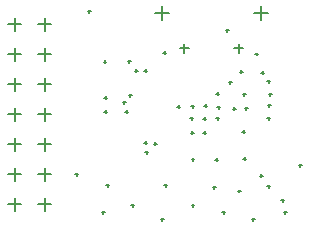
<source format=gbr>
%TF.GenerationSoftware,Altium Limited,Altium Designer,20.2.6 (244)*%
G04 Layer_Color=128*
%FSLAX45Y45*%
%MOMM*%
%TF.SameCoordinates,9E4D4D7D-1FFC-428C-BB03-7E89B6F1CBBC*%
%TF.FilePolarity,Positive*%
%TF.FileFunction,Drillmap*%
%TF.Part,Single*%
G01*
G75*
%TA.AperFunction,NonConductor*%
%ADD121C,0.12700*%
D121*
X399000Y236000D02*
X509000D01*
X454000Y181000D02*
Y291000D01*
X399000Y490000D02*
X509000D01*
X454000Y435000D02*
Y545000D01*
X399000Y744000D02*
X509000D01*
X454000Y689000D02*
Y799000D01*
X399000Y998000D02*
X509000D01*
X454000Y943000D02*
Y1053000D01*
X399000Y1252000D02*
X509000D01*
X454000Y1197000D02*
Y1307000D01*
X399000Y1506000D02*
X509000D01*
X454000Y1451000D02*
Y1561000D01*
X399000Y1760000D02*
X509000D01*
X454000Y1705000D02*
Y1815000D01*
X145000Y236000D02*
X255000D01*
X200000Y181000D02*
Y291000D01*
X145000Y490000D02*
X255000D01*
X200000Y435000D02*
Y545000D01*
X145000Y744000D02*
X255000D01*
X200000Y689000D02*
Y799000D01*
X145000Y998000D02*
X255000D01*
X200000Y943000D02*
Y1053000D01*
X145000Y1252000D02*
X255000D01*
X200000Y1197000D02*
Y1307000D01*
X145000Y1506000D02*
X255000D01*
X200000Y1451000D02*
Y1561000D01*
X145000Y1760000D02*
X255000D01*
X200000Y1705000D02*
Y1815000D01*
X1600000Y1560000D02*
X1675000D01*
X1637500Y1522500D02*
Y1597500D01*
X2060000Y1560000D02*
X2135000D01*
X2097500Y1522500D02*
Y1597500D01*
X1390000Y1860000D02*
X1510000D01*
X1450000Y1800000D02*
Y1920000D01*
X2225000Y1860000D02*
X2345000D01*
X2285000Y1800000D02*
Y1920000D01*
X1798565Y845001D02*
X1823565D01*
X1811065Y832501D02*
Y857500D01*
X1797500Y960000D02*
X1822500D01*
X1810000Y947500D02*
Y972500D01*
X1693617Y1068616D02*
X1718616D01*
X1706116Y1056117D02*
Y1081116D01*
X1906435Y965000D02*
X1931435D01*
X1918935Y952500D02*
Y977499D01*
X1689660Y843906D02*
X1714660D01*
X1702160Y831406D02*
Y856405D01*
X1697500Y620000D02*
X1722500D01*
X1710000Y607500D02*
Y632500D01*
X1898492Y614926D02*
X1923491D01*
X1910991Y602426D02*
Y627426D01*
X1685704Y967500D02*
X1710704D01*
X1698204Y955000D02*
Y980000D01*
X1578617Y1065052D02*
X1603617D01*
X1591117Y1052552D02*
Y1077552D01*
X1807497Y1069998D02*
X1832496D01*
X1819996Y1057498D02*
Y1082498D01*
X1908566Y1175000D02*
X1933565D01*
X1921065Y1162500D02*
Y1187500D01*
X2337500Y1280000D02*
X2362500D01*
X2350000Y1267500D02*
Y1292500D01*
X2277500Y480000D02*
X2302500D01*
X2290000Y467500D02*
Y492500D01*
X2337500Y390000D02*
X2362500D01*
X2350000Y377500D02*
Y402500D01*
X2287500Y1350000D02*
X2312500D01*
X2300000Y1337500D02*
Y1362500D01*
X2237500Y1510000D02*
X2262500D01*
X2250000Y1497500D02*
Y1522500D01*
X2352501Y1171065D02*
X2377500D01*
X2365000Y1158565D02*
Y1183565D01*
X2147496Y1049998D02*
X2172496D01*
X2159996Y1037498D02*
Y1062498D01*
X1217498Y1369997D02*
X1242497D01*
X1229998Y1357497D02*
Y1382497D01*
X1297500Y1370000D02*
X1322500D01*
X1310000Y1357500D02*
Y1382500D01*
X2107496Y1359997D02*
X2132496D01*
X2119996Y1347497D02*
Y1372497D01*
X1297498Y759998D02*
X1322497D01*
X1309997Y747499D02*
Y772498D01*
X1377500Y750000D02*
X1402500D01*
X1390000Y737500D02*
Y762500D01*
X1307500Y680000D02*
X1332500D01*
X1320000Y667500D02*
Y692500D01*
X1117498Y1099998D02*
X1142498D01*
X1129998Y1087498D02*
Y1112498D01*
X1167500Y1160000D02*
X1192500D01*
X1180000Y1147500D02*
Y1172500D01*
X2132143Y1170708D02*
X2157142D01*
X2144642Y1158208D02*
Y1183208D01*
X1917500Y1060000D02*
X1942500D01*
X1930000Y1047500D02*
Y1072500D01*
X2013935Y1272500D02*
X2038935D01*
X2026435Y1260001D02*
Y1285000D01*
X1157500Y1450000D02*
X1182500D01*
X1170000Y1437500D02*
Y1462500D01*
X1137500Y1020000D02*
X1162500D01*
X1150000Y1007500D02*
Y1032500D01*
X957500Y1020000D02*
X982500D01*
X970000Y1007500D02*
Y1032500D01*
X2136435Y625000D02*
X2161434D01*
X2148934Y612500D02*
Y637500D01*
X1877500Y380000D02*
X1902500D01*
X1890000Y367500D02*
Y392500D01*
X1467500Y400000D02*
X1492500D01*
X1480000Y387500D02*
Y412500D01*
X937498Y170000D02*
X962498D01*
X949998Y157500D02*
Y182500D01*
X2477500Y170000D02*
X2502500D01*
X2490000Y157500D02*
Y182500D01*
X715297Y490264D02*
X740297D01*
X727797Y477765D02*
Y502764D01*
X957500Y1140000D02*
X982500D01*
X970000Y1127500D02*
Y1152500D01*
X952500Y1445000D02*
X977500D01*
X965000Y1432500D02*
Y1457500D01*
X1457500Y1520000D02*
X1482500D01*
X1470000Y1507500D02*
Y1532500D01*
X1987500Y1710000D02*
X2012500D01*
X2000000Y1697500D02*
Y1722500D01*
X2607500Y568944D02*
X2632500D01*
X2620000Y556444D02*
Y581444D01*
X817500Y1870000D02*
X842500D01*
X830000Y1857500D02*
Y1882500D01*
X977500Y400000D02*
X1002500D01*
X990000Y387500D02*
Y412500D01*
X2047500Y1045000D02*
X2072500D01*
X2060000Y1032500D02*
Y1057500D01*
X1188981Y229704D02*
X1213980D01*
X1201480Y217204D02*
Y242204D01*
X2087500Y350000D02*
X2112500D01*
X2100000Y337500D02*
Y362500D01*
X2339356Y966607D02*
X2364355D01*
X2351856Y954107D02*
Y979107D01*
X2341486Y1077394D02*
X2366486D01*
X2353986Y1064894D02*
Y1089894D01*
X1957500Y170000D02*
X1982500D01*
X1970000Y157500D02*
Y182500D01*
X1697500Y230000D02*
X1722500D01*
X1710000Y217500D02*
Y242500D01*
X2207500Y110000D02*
X2232500D01*
X2220000Y97500D02*
Y122500D01*
X1437500Y110000D02*
X1462500D01*
X1450000Y97500D02*
Y122500D01*
X2457500Y270000D02*
X2482500D01*
X2470000Y257500D02*
Y282500D01*
X2127500Y850000D02*
X2152500D01*
X2140000Y837500D02*
Y862500D01*
%TF.MD5,dae34d5887e9039b68bc93d4ad1acbfd*%
M02*

</source>
